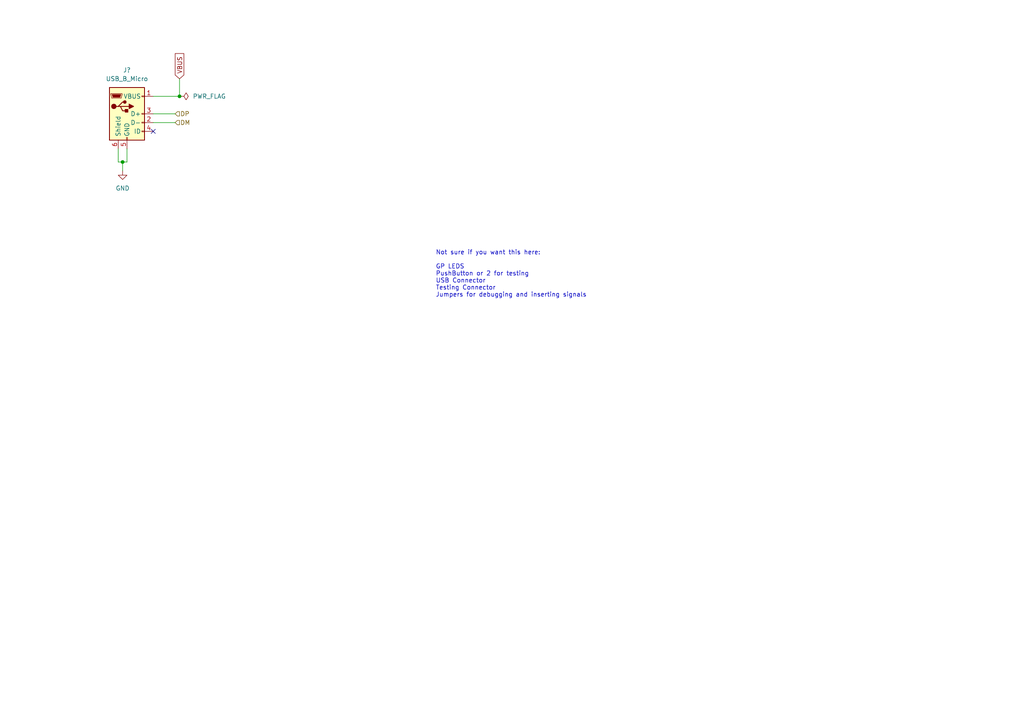
<source format=kicad_sch>
(kicad_sch (version 20211123) (generator eeschema)
  (paper "A4")
  (lib_symbols
    (symbol "Connector:USB_B_Micro" (pin_names (offset 1.016))
      (property "Reference" "J" (at -5.08 11.43 0))
      (property "Value" "USB_B_Micro" (at -5.08 8.89 0))
      (symbol "USB_B_Micro_0_1"
        (rectangle (start -5.08 -7.62) (end 5.08 7.62) (stroke (width 0.254)) (fill (type background)))
        (circle (center -3.81 2.159) (radius 0.635) (stroke (width 0.254)) (fill (type outline)))
        (circle (center -0.635 3.429) (radius 0.381) (stroke (width 0.254)) (fill (type outline)))
        (rectangle (start -0.127 -7.62) (end 0.127 -6.858))
        (polyline (pts (xy -1.905 2.159) (xy 0.635 2.159)) (stroke (width 0.254)))
        (polyline (pts (xy -3.175 2.159) (xy -2.54 2.159) (xy -1.27 3.429) (xy -0.635 3.429)) (stroke (width 0.254)))
        (polyline (pts (xy -2.54 2.159) (xy -1.905 2.159) (xy -1.27 0.889) (xy 0 0.889)) (stroke (width 0.254)))
        (polyline (pts (xy 0.635 2.794) (xy 0.635 1.524) (xy 1.905 2.159) (xy 0.635 2.794)) (stroke (width 0.254)) (fill (type outline)))
        (polyline (pts (xy -4.318 5.588) (xy -1.778 5.588) (xy -2.032 4.826) (xy -4.064 4.826) (xy -4.318 5.588)) (fill (type outline)))
        (polyline (pts (xy -4.699 5.842) (xy -4.699 5.588) (xy -4.445 4.826) (xy -4.445 4.572) (xy -1.651 4.572) (xy -1.651 4.826) (xy -1.397 5.588) (xy -1.397 5.842) (xy -4.699 5.842)))
        (rectangle (start 0.254 1.27) (end -0.508 0.508) (stroke (width 0.254)) (fill (type outline)))
        (rectangle (start 5.08 -5.207) (end 4.318 -4.953))
        (rectangle (start 5.08 -2.667) (end 4.318 -2.413))
        (rectangle (start 5.08 -0.127) (end 4.318 0.127))
        (rectangle (start 5.08 4.953) (end 4.318 5.207))
      )
      (symbol "USB_B_Micro_1_1"
        (pin power_out line (at 7.62 5.08 180) (length 2.54) (name "VBUS") (number "1"))
        (pin bidirectional line (at 7.62 -2.54 180) (length 2.54) (name "D-") (number "2"))
        (pin bidirectional line (at 7.62 0 180) (length 2.54) (name "D+") (number "3"))
        (pin passive line (at 7.62 -5.08 180) (length 2.54) (name "ID") (number "4"))
        (pin power_out line (at 0 -10.16 90) (length 2.54) (name "GND") (number "5"))
        (pin passive line (at -2.54 -10.16 90) (length 2.54) (name "Shield") (number "6"))
      )
    )
    (symbol "power:GND" (power) (pin_names (offset 0))
      (property "Value" "GND" (at 0 -3.81 0))
      (symbol "GND_0_1"
        (polyline (pts (xy 0 0) (xy 0 -1.27) (xy 1.27 -1.27) (xy 0 -2.54) (xy -1.27 -1.27) (xy 0 -1.27)))
      )
      (symbol "GND_1_1"
        (pin power_in line (at 0 0 270) (length 0) hide (name "GND") (number "1"))
      )
    )
    (symbol "power:PWR_FLAG" (power) (pin_numbers hide) (pin_names (offset 0) hide)
      (property "Value" "PWR_FLAG" (at 0 3.81 0))
      (symbol "PWR_FLAG_0_0"
        (pin power_out line (at 0 0 90) (length 0) (name "pwr") (number "1"))
      )
      (symbol "PWR_FLAG_0_1"
        (polyline (pts (xy 0 0) (xy 0 1.27) (xy -1.016 1.905) (xy 0 2.54) (xy 1.016 1.905) (xy 0 1.27)))
      )
    )
  )
  (junction (at 52.07 27.94))
  (junction (at 35.56 46.99))
  (no_connect (at 44.45 38.1))
  (wire (pts (xy 34.29 43.18) (xy 34.29 46.99)))
  (wire (pts (xy 52.07 22.86) (xy 52.07 27.94)))
  (wire (pts (xy 44.45 33.02) (xy 50.8 33.02)))
  (wire (pts (xy 36.83 46.99) (xy 35.56 46.99)))
  (wire (pts (xy 44.45 35.56) (xy 50.8 35.56)))
  (wire (pts (xy 35.56 46.99) (xy 35.56 49.53)))
  (wire (pts (xy 44.45 27.94) (xy 52.07 27.94)))
  (wire (pts (xy 36.83 43.18) (xy 36.83 46.99)))
  (wire (pts (xy 35.56 46.99) (xy 34.29 46.99)))
  (text "Not sure if you want this here:\n\nGP LEDS\nPushButton or 2 for testing\nUSB Connector\nTesting Connector\nJumpers for debugging and inserting signals" (at 126.365 86.36 0) (effects (font (size 1.27 1.27)) (justify left bottom)))
  (global_label "VBUS" (shape input) (at 52.07 22.86 90) (property "Intersheet References" "${INTERSHEET_REFS}" (effects hide)))
  (hierarchical_label "DM" (shape input) (at 50.8 35.56 0))
  (hierarchical_label "DP" (shape input) (at 50.8 33.02 0))
  (symbol (lib_id "power:PWR_FLAG") (at 52.07 27.94 270) (unit 1)
    (property "Reference" "#FLG?" (effects hide))
    (property "Value" "PWR_FLAG" (at 55.88 27.9399 90) (effects (justify left)))
  )
  (symbol (lib_id "Connector:USB_B_Micro") (at 36.83 33.02 0) (unit 1)
    (property "Reference" "J?" (at 36.83 20.32 0))
    (property "Value" "USB_B_Micro" (at 36.83 22.86 0))
    (property "Alt_LCSC" "C10418" (effects hide))
    (property "LCSC" "C404969" (effects hide))
    (property "Populate" "Y" (effects hide))
    (property "Price" "0.0496" (effects hide))
  )
  (symbol (lib_id "power:GND") (at 35.56 49.53 0) (unit 1)
    (property "Reference" "#PWR?" (effects hide))
    (property "Value" "GND" (at 35.56 54.61 0))
  )
)
</source>
